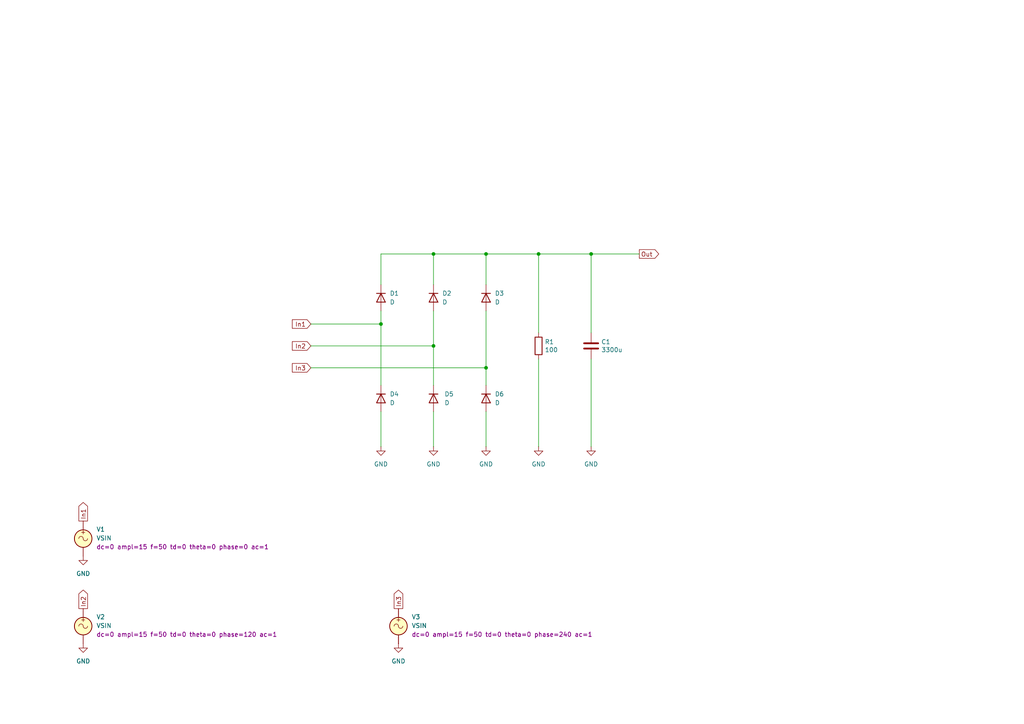
<source format=kicad_sch>
(kicad_sch (version 20231120) (generator "eeschema") (generator_version "8.0")
  (paper "A4")
  (title_block (title "Rectifier with 6 diodes (3-phase)") (date "2024-12-15") (company "GitHub/OJStuff"))
  (lib_symbols
    (symbol "Device:C" (pin_numbers hide) (pin_names (offset 0.254))
      (property "Reference" "C" (at 0.635 2.54 0))
      (property "Value" "C" (at 0.635 -2.54 0))
      (symbol "C_0_1"
        (polyline (pts (xy -2.032 -0.762) (xy 2.032 -0.762)) (stroke (width 0.508)))
        (polyline (pts (xy -2.032 0.762) (xy 2.032 0.762)) (stroke (width 0.508)))
      )
      (symbol "C_1_1"
        (pin passive line (at 0 3.81 270) (length 2.794) (name "~") (number "1"))
        (pin passive line (at 0 -3.81 90) (length 2.794) (name "~") (number "2"))
      )
    )
    (symbol "Device:D" (pin_numbers hide) (pin_names (offset 1.016) hide)
      (property "Reference" "D" (at 0 2.54 0))
      (property "Value" "D" (at 0 -2.54 0))
      (symbol "D_0_1"
        (polyline (pts (xy -1.27 1.27) (xy -1.27 -1.27)) (stroke (width 0.254)))
        (polyline (pts (xy 1.27 0) (xy -1.27 0)))
        (polyline (pts (xy 1.27 1.27) (xy 1.27 -1.27) (xy -1.27 0) (xy 1.27 1.27)) (stroke (width 0.254)))
      )
      (symbol "D_1_1"
        (pin passive line (at -3.81 0 0) (length 2.54) (name "K") (number "1"))
        (pin passive line (at 3.81 0 180) (length 2.54) (name "A") (number "2"))
      )
    )
    (symbol "Device:R" (pin_numbers hide) (pin_names (offset 0))
      (property "Reference" "R" (at 2.032 0 90))
      (property "Value" "R" (at 0 0 90))
      (symbol "R_0_1"
        (rectangle (start -1.016 -2.54) (end 1.016 2.54) (stroke (width 0.254)))
      )
      (symbol "R_1_1"
        (pin passive line (at 0 3.81 270) (length 1.27) (name "~") (number "1"))
        (pin passive line (at 0 -3.81 90) (length 1.27) (name "~") (number "2"))
      )
    )
    (symbol "GND_1" (power) (pin_numbers hide) (pin_names (offset 0) hide)
      (property "Value" "GND" (at 0 -3.81 0))
      (symbol "GND_1_0_1"
        (polyline (pts (xy 0 0) (xy 0 -1.27) (xy 1.27 -1.27) (xy 0 -2.54) (xy -1.27 -1.27) (xy 0 -1.27)))
      )
      (symbol "GND_1_1_1"
        (pin power_in line (at 0 0 270) (length 0) (name "~") (number "1"))
      )
    )
    (symbol "Simulation_SPICE:VSIN" (pin_numbers hide) (pin_names (offset 0.0254))
      (property "Reference" "V" (at 2.54 2.54 0))
      (property "Value" "VSIN" (at 2.54 0 0))
      (property "Sim.Params" "dc=0 ampl=1 f=1k ac=1" (at 2.54 -2.54 0))
      (symbol "VSIN_0_0"
        (arc (start 0 0) (mid -0.635 0.6323) (end -1.27 0))
        (arc (start 0 0) (mid 0.635 -0.6323) (end 1.27 0))
        (text "+" (at 0 1.905 0) (effects (font (size 1.27 1.27))))
      )
      (symbol "VSIN_0_1"
        (circle (center 0 0) (radius 2.54) (stroke (width 0.254)) (fill (type background)))
      )
      (symbol "VSIN_1_1"
        (pin passive line (at 0 5.08 270) (length 2.54) (name "~") (number "1"))
        (pin passive line (at 0 -5.08 90) (length 2.54) (name "~") (number "2"))
      )
    )
  )
  (junction (at 125.73 100.33))
  (junction (at 125.73 73.66))
  (junction (at 140.97 73.66))
  (junction (at 171.45 73.66))
  (junction (at 156.21 73.66))
  (junction (at 140.97 106.68))
  (junction (at 110.49 93.98))
  (wire (pts (xy 156.21 104.14) (xy 156.21 129.54)))
  (wire (pts (xy 140.97 119.38) (xy 140.97 129.54)))
  (wire (pts (xy 125.73 119.38) (xy 125.73 129.54)))
  (wire (pts (xy 110.49 93.98) (xy 110.49 111.76)))
  (wire (pts (xy 125.73 90.17) (xy 125.73 100.33)))
  (wire (pts (xy 171.45 104.14) (xy 171.45 129.54)))
  (wire (pts (xy 110.49 73.66) (xy 125.73 73.66)))
  (wire (pts (xy 90.17 106.68) (xy 140.97 106.68)))
  (wire (pts (xy 140.97 90.17) (xy 140.97 106.68)))
  (wire (pts (xy 156.21 73.66) (xy 156.21 96.52)))
  (wire (pts (xy 171.45 96.52) (xy 171.45 73.66)))
  (wire (pts (xy 110.49 119.38) (xy 110.49 129.54)))
  (wire (pts (xy 90.17 100.33) (xy 125.73 100.33)))
  (wire (pts (xy 110.49 90.17) (xy 110.49 93.98)))
  (wire (pts (xy 156.21 73.66) (xy 171.45 73.66)))
  (wire (pts (xy 125.73 73.66) (xy 140.97 73.66)))
  (wire (pts (xy 90.17 93.98) (xy 110.49 93.98)))
  (wire (pts (xy 125.73 100.33) (xy 125.73 111.76)))
  (wire (pts (xy 110.49 73.66) (xy 110.49 82.55)))
  (wire (pts (xy 185.42 73.66) (xy 171.45 73.66)))
  (wire (pts (xy 140.97 73.66) (xy 156.21 73.66)))
  (wire (pts (xy 125.73 73.66) (xy 125.73 82.55)))
  (wire (pts (xy 140.97 106.68) (xy 140.97 111.76)))
  (wire (pts (xy 140.97 73.66) (xy 140.97 82.55)))
  (global_label "In2" (shape output) (at 24.13 176.53 90) (property "Intersheetrefs" "${INTERSHEET_REFS}" (effects (hide yes))))
  (global_label "In1" (shape output) (at 24.13 151.13 90) (property "Intersheetrefs" "${INTERSHEET_REFS}" (effects (hide yes))))
  (global_label "In3" (shape input) (at 90.17 106.68 180) (property "Intersheetrefs" "${INTERSHEET_REFS}" (effects (hide yes))))
  (global_label "In2" (shape input) (at 90.17 100.33 180) (property "Intersheetrefs" "${INTERSHEET_REFS}" (effects (hide yes))))
  (global_label "Out" (shape output) (at 185.42 73.66 0) (property "Intersheetrefs" "${INTERSHEET_REFS}" (effects (hide yes))))
  (global_label "In1" (shape input) (at 90.17 93.98 180) (property "Intersheetrefs" "${INTERSHEET_REFS}" (effects (hide yes))))
  (global_label "In3" (shape output) (at 115.57 176.53 90) (property "Intersheetrefs" "${INTERSHEET_REFS}" (effects (hide yes))))
  (symbol (lib_name "GND_1") (lib_id "power:GND") (at 115.57 186.69 0) (unit 1)
    (property "Reference" "#PWR08" (effects (hide yes)))
    (property "Value" "GND" (at 115.57 191.77 0))
    (property "Description" "Power symbol creates a global label with name \"GND\" , ground" (effects (hide yes)))
  )
  (symbol (lib_name "GND_1") (lib_id "power:GND") (at 110.49 129.54 0) (unit 1)
    (property "Reference" "#PWR01" (effects (hide yes)))
    (property "Value" "GND" (at 110.49 134.62 0))
    (property "Description" "Power symbol creates a global label with name \"GND\" , ground" (effects (hide yes)))
  )
  (symbol (lib_name "GND_1") (lib_id "power:GND") (at 140.97 129.54 0) (unit 1)
    (property "Reference" "#PWR03" (effects (hide yes)))
    (property "Value" "GND" (at 140.97 134.62 0))
    (property "Description" "Power symbol creates a global label with name \"GND\" , ground" (effects (hide yes)))
  )
  (symbol (lib_name "GND_1") (lib_id "power:GND") (at 24.13 186.69 0) (unit 1)
    (property "Reference" "#PWR07" (effects (hide yes)))
    (property "Value" "GND" (at 24.13 191.77 0))
    (property "Description" "Power symbol creates a global label with name \"GND\" , ground" (effects (hide yes)))
  )
  (symbol (lib_name "GND_1") (lib_id "power:GND") (at 156.21 129.54 0) (unit 1)
    (property "Reference" "#PWR04" (effects (hide yes)))
    (property "Value" "GND" (at 156.21 134.62 0))
    (property "Description" "Power symbol creates a global label with name \"GND\" , ground" (effects (hide yes)))
  )
  (symbol (lib_id "Device:D") (at 110.49 115.57 270) (unit 1)
    (property "Reference" "D4" (at 113.03 114.3 90) (effects (justify left)))
    (property "Value" "D" (at 113.03 116.84 90) (effects (justify left)))
    (property "Sim.Device" "D" (effects (hide yes)))
    (property "Sim.Pins" "1=K 2=A" (effects (hide yes)))
  )
  (symbol (lib_name "GND_1") (lib_id "power:GND") (at 171.45 129.54 0) (unit 1)
    (property "Reference" "#PWR05" (effects (hide yes)))
    (property "Value" "GND" (at 171.45 134.62 0))
    (property "Description" "Power symbol creates a global label with name \"GND\" , ground" (effects (hide yes)))
  )
  (symbol (lib_id "Simulation_SPICE:VSIN") (at 24.13 181.61 0) (unit 1)
    (property "Reference" "V2" (at 27.94 178.9401 0) (effects (justify left)))
    (property "Value" "VSIN" (at 27.94 181.4801 0) (effects (justify left)))
    (property "Datasheet" "https://ngspice.sourceforge.io/docs/ngspice-html-manual/manual.xhtml#sec_Independent_Sources_for" (effects (hide yes)))
    (property "Description" "Voltage source, sinusoidal" (effects (hide yes)))
    (property "Sim.Pins" "1=+ 2=-" (effects (hide yes)))
    (property "Sim.Params" "dc=0 ampl=15 f=50 td=0 theta=0 phase=120 ac=1" (at 27.94 184.0201 0) (effects (justify left)))
    (property "Sim.Type" "SIN" (effects (hide yes)))
    (property "Sim.Device" "V" (effects (hide yes)))
  )
  (symbol (lib_id "Device:D") (at 140.97 115.57 270) (unit 1)
    (property "Reference" "D6" (at 143.51 114.3 90) (effects (justify left)))
    (property "Value" "D" (at 143.51 116.84 90) (effects (justify left)))
    (property "Sim.Device" "D" (effects (hide yes)))
    (property "Sim.Pins" "1=K 2=A" (effects (hide yes)))
  )
  (symbol (lib_id "Simulation_SPICE:VSIN") (at 115.57 181.61 0) (unit 1)
    (property "Reference" "V3" (at 119.38 178.9401 0) (effects (justify left)))
    (property "Value" "VSIN" (at 119.38 181.4801 0) (effects (justify left)))
    (property "Datasheet" "https://ngspice.sourceforge.io/docs/ngspice-html-manual/manual.xhtml#sec_Independent_Sources_for" (effects (hide yes)))
    (property "Description" "Voltage source, sinusoidal" (effects (hide yes)))
    (property "Sim.Pins" "1=+ 2=-" (effects (hide yes)))
    (property "Sim.Params" "dc=0 ampl=15 f=50 td=0 theta=0 phase=240 ac=1" (at 119.38 184.0201 0) (effects (justify left)))
    (property "Sim.Type" "SIN" (effects (hide yes)))
    (property "Sim.Device" "V" (effects (hide yes)))
  )
  (symbol (lib_id "Simulation_SPICE:VSIN") (at 24.13 156.21 0) (unit 1)
    (property "Reference" "V1" (at 27.94 153.5401 0) (effects (justify left)))
    (property "Value" "VSIN" (at 27.94 156.0801 0) (effects (justify left)))
    (property "Datasheet" "https://ngspice.sourceforge.io/docs/ngspice-html-manual/manual.xhtml#sec_Independent_Sources_for" (effects (hide yes)))
    (property "Description" "Voltage source, sinusoidal" (effects (hide yes)))
    (property "Sim.Pins" "1=+ 2=-" (effects (hide yes)))
    (property "Sim.Params" "dc=0 ampl=15 f=50 td=0 theta=0 phase=0 ac=1" (at 27.94 158.6201 0) (effects (justify left)))
    (property "Sim.Type" "SIN" (effects (hide yes)))
    (property "Sim.Device" "V" (effects (hide yes)))
  )
  (symbol (lib_name "GND_1") (lib_id "power:GND") (at 24.13 161.29 0) (unit 1)
    (property "Reference" "#PWR06" (effects (hide yes)))
    (property "Value" "GND" (at 24.13 166.37 0))
    (property "Description" "Power symbol creates a global label with name \"GND\" , ground" (effects (hide yes)))
  )
  (symbol (lib_id "Device:D") (at 125.73 86.36 270) (unit 1)
    (property "Reference" "D2" (at 128.27 85.09 90) (effects (justify left)))
    (property "Value" "D" (at 128.27 87.63 90) (effects (justify left)))
    (property "Sim.Device" "D" (effects (hide yes)))
    (property "Sim.Pins" "1=K 2=A" (effects (hide yes)))
  )
  (symbol (lib_id "Device:D") (at 110.49 86.36 270) (unit 1)
    (property "Reference" "D1" (at 113.03 85.09 90) (effects (justify left)))
    (property "Value" "D" (at 113.03 87.63 90) (effects (justify left)))
    (property "Sim.Device" "D" (effects (hide yes)))
    (property "Sim.Pins" "1=K 2=A" (effects (hide yes)))
  )
  (symbol (lib_id "Device:D") (at 125.73 115.57 270) (unit 1)
    (property "Reference" "D5" (at 128.905 114.3 90) (effects (justify left)))
    (property "Value" "D" (at 128.905 116.84 90) (effects (justify left)))
    (property "Sim.Device" "D" (effects (hide yes)))
    (property "Sim.Pins" "1=K 2=A" (effects (hide yes)))
  )
  (symbol (lib_id "Device:D") (at 140.97 86.36 270) (unit 1)
    (property "Reference" "D3" (at 143.51 85.09 90) (effects (justify left)))
    (property "Value" "D" (at 143.51 87.63 90) (effects (justify left)))
    (property "Sim.Device" "D" (effects (hide yes)))
    (property "Sim.Pins" "1=K 2=A" (effects (hide yes)))
  )
  (symbol (lib_name "GND_1") (lib_id "power:GND") (at 125.73 129.54 0) (unit 1)
    (property "Reference" "#PWR02" (effects (hide yes)))
    (property "Value" "GND" (at 125.73 134.62 0))
    (property "Description" "Power symbol creates a global label with name \"GND\" , ground" (effects (hide yes)))
  )
  (symbol (lib_id "Device:R") (at 156.21 100.33 0) (unit 1)
    (property "Reference" "R1" (at 157.988 99.1616 0) (effects (justify left)))
    (property "Value" "100" (at 157.988 101.473 0) (effects (justify left)))
  )
  (symbol (lib_id "Device:C") (at 171.45 100.33 0) (unit 1)
    (property "Reference" "C1" (at 174.371 99.1616 0) (effects (justify left)))
    (property "Value" "3300u" (at 174.371 101.473 0) (effects (justify left)))
  )
)
</source>
